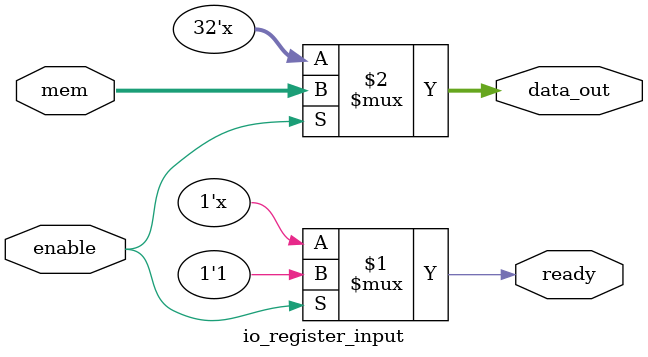
<source format=v>
module io_register_input #(
    parameter DATA_WIDTH = 32
) (
    // port
    input  enable,
    output ready,

    // port
    output [DATA_WIDTH - 1:0] data_out,

    input [DATA_WIDTH - 1:0] mem
);
  assign ready = enable ? 1'b1 : 1'bz;
  assign data_out = enable ? mem : 'bz;
endmodule

</source>
